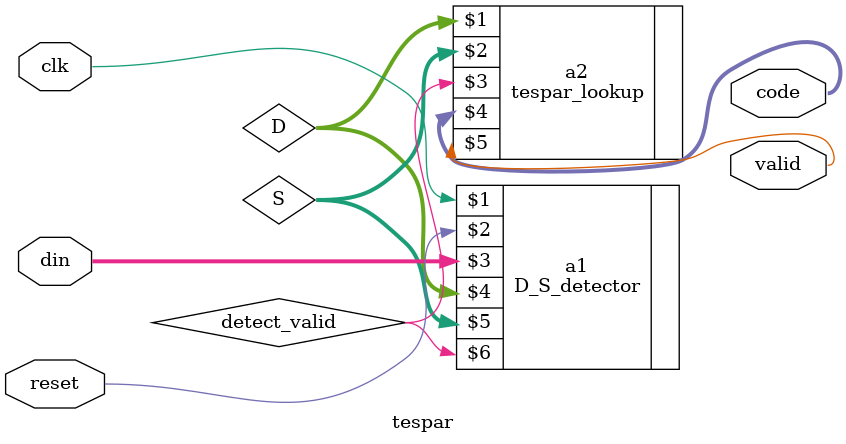
<source format=v>
module tespar(
input clk,
input reset,
input signed [7:0] din,
output [4:0] code,
output valid
 );
 
 wire detect_valid;
 wire [5:0] D;
 wire [4:0] S;
 D_S_detector a1(clk,reset,din,D,S,detect_valid);
 tespar_lookup a2(D,S,detect_valid,code,valid);
endmodule

</source>
